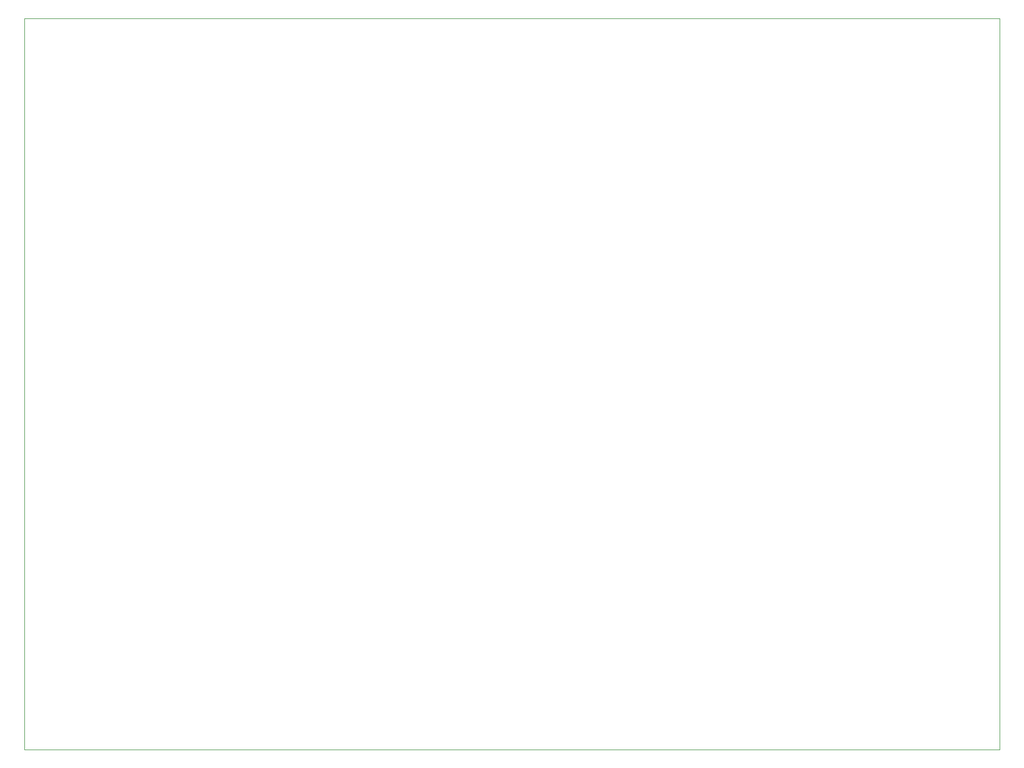
<source format=gm1>
G04 #@! TF.GenerationSoftware,KiCad,Pcbnew,(5.1.5)-3*
G04 #@! TF.CreationDate,2020-06-24T22:18:20+03:00*
G04 #@! TF.ProjectId,Hardwareproject,48617264-7761-4726-9570-726f6a656374,rev?*
G04 #@! TF.SameCoordinates,Original*
G04 #@! TF.FileFunction,Profile,NP*
%FSLAX46Y46*%
G04 Gerber Fmt 4.6, Leading zero omitted, Abs format (unit mm)*
G04 Created by KiCad (PCBNEW (5.1.5)-3) date 2020-06-24 22:18:20*
%MOMM*%
%LPD*%
G04 APERTURE LIST*
%ADD10C,0.050000*%
G04 APERTURE END LIST*
D10*
X25400000Y-139700000D02*
X25400000Y-25400000D01*
X177800000Y-139700000D02*
X25400000Y-139700000D01*
X177800000Y-25400000D02*
X177800000Y-139700000D01*
X25400000Y-25400000D02*
X177800000Y-25400000D01*
M02*

</source>
